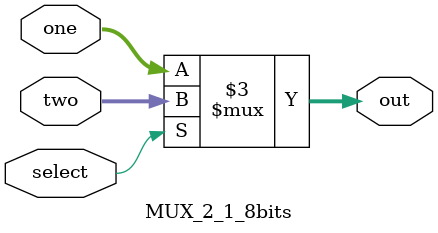
<source format=v>
`timescale 1ns / 1ps
module MUX_2_1_8bits(
    input select,
    input [7:0]one,
    input [7:0]two,
    output reg [7:0]out
    );
    always @* begin
    if(select) begin
    out = two;
    end
    else begin
    out = one;
    end
    end
endmodule

</source>
